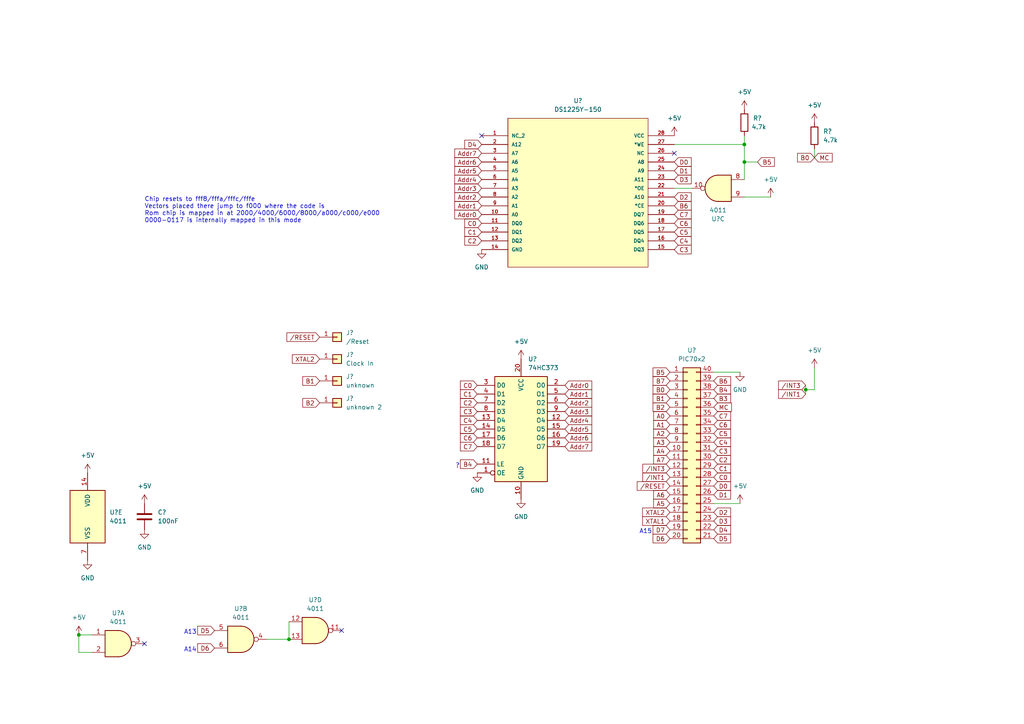
<source format=kicad_sch>
(kicad_sch (version 20211123) (generator eeschema)
  (paper "A4")
  (lib_symbols
    (symbol "4xxx:4011" (pin_names (offset 1.016))
      (property "Reference" "U" (at 0 1.27 0))
      (property "Value" "4011" (at 0 -1.27 0))
      (symbol "4011_1_1"
        (arc (start 0 -3.81) (mid 3.81 0) (end 0 3.81) (stroke (width 0.254)) (fill (type background)))
        (polyline (pts (xy 0 3.81) (xy -3.81 3.81) (xy -3.81 -3.81) (xy 0 -3.81)) (stroke (width 0.254)) (fill (type background)))
        (pin input line (at -7.62 2.54 0) (length 3.81) (name "~") (number "1"))
        (pin input line (at -7.62 -2.54 0) (length 3.81) (name "~") (number "2"))
        (pin output inverted (at 7.62 0 180) (length 3.81) (name "~") (number "3"))
      )
      (symbol "4011_1_2"
        (arc (start -3.81 -3.81) (mid -2.589 0) (end -3.81 3.81) (stroke (width 0.254)))
        (arc (start -0.6096 -3.81) (mid 2.1855 -2.584) (end 3.81 0) (stroke (width 0.254)) (fill (type background)))
        (polyline (pts (xy -3.81 -3.81) (xy -0.635 -3.81)) (stroke (width 0.254)) (fill (type background)))
        (polyline (pts (xy -3.81 3.81) (xy -0.635 3.81)) (stroke (width 0.254)) (fill (type background)))
        (polyline (pts (xy -0.635 3.81) (xy -3.81 3.81) (xy -3.81 3.81) (xy -3.556 3.4036) (xy -3.0226 2.2606) (xy -2.6924 1.0414) (xy -2.6162 -0.254) (xy -2.7686 -1.4986) (xy -3.175 -2.7178) (xy -3.81 -3.81) (xy -3.81 -3.81) (xy -0.635 -3.81)) (stroke (width -25.4)) (fill (type background)))
        (arc (start 3.81 0) (mid 2.1928 2.5925) (end -0.6096 3.81) (stroke (width 0.254)) (fill (type background)))
        (pin input inverted (at -7.62 2.54 0) (length 4.318) (name "~") (number "1"))
        (pin input inverted (at -7.62 -2.54 0) (length 4.318) (name "~") (number "2"))
        (pin output line (at 7.62 0 180) (length 3.81) (name "~") (number "3"))
      )
      (symbol "4011_2_1"
        (arc (start 0 -3.81) (mid 3.81 0) (end 0 3.81) (stroke (width 0.254)) (fill (type background)))
        (polyline (pts (xy 0 3.81) (xy -3.81 3.81) (xy -3.81 -3.81) (xy 0 -3.81)) (stroke (width 0.254)) (fill (type background)))
        (pin output inverted (at 7.62 0 180) (length 3.81) (name "~") (number "4"))
        (pin input line (at -7.62 2.54 0) (length 3.81) (name "~") (number "5"))
        (pin input line (at -7.62 -2.54 0) (length 3.81) (name "~") (number "6"))
      )
      (symbol "4011_2_2"
        (arc (start -3.81 -3.81) (mid -2.589 0) (end -3.81 3.81) (stroke (width 0.254)))
        (arc (start -0.6096 -3.81) (mid 2.1855 -2.584) (end 3.81 0) (stroke (width 0.254)) (fill (type background)))
        (polyline (pts (xy -3.81 -3.81) (xy -0.635 -3.81)) (stroke (width 0.254)) (fill (type background)))
        (polyline (pts (xy -3.81 3.81) (xy -0.635 3.81)) (stroke (width 0.254)) (fill (type background)))
        (polyline (pts (xy -0.635 3.81) (xy -3.81 3.81) (xy -3.81 3.81) (xy -3.556 3.4036) (xy -3.0226 2.2606) (xy -2.6924 1.0414) (xy -2.6162 -0.254) (xy -2.7686 -1.4986) (xy -3.175 -2.7178) (xy -3.81 -3.81) (xy -3.81 -3.81) (xy -0.635 -3.81)) (stroke (width -25.4)) (fill (type background)))
        (arc (start 3.81 0) (mid 2.1928 2.5925) (end -0.6096 3.81) (stroke (width 0.254)) (fill (type background)))
        (pin output line (at 7.62 0 180) (length 3.81) (name "~") (number "4"))
        (pin input inverted (at -7.62 2.54 0) (length 4.318) (name "~") (number "5"))
        (pin input inverted (at -7.62 -2.54 0) (length 4.318) (name "~") (number "6"))
      )
      (symbol "4011_3_1"
        (arc (start 0 -3.81) (mid 3.81 0) (end 0 3.81) (stroke (width 0.254)) (fill (type background)))
        (polyline (pts (xy 0 3.81) (xy -3.81 3.81) (xy -3.81 -3.81) (xy 0 -3.81)) (stroke (width 0.254)) (fill (type background)))
        (pin output inverted (at 7.62 0 180) (length 3.81) (name "~") (number "10"))
        (pin input line (at -7.62 2.54 0) (length 3.81) (name "~") (number "8"))
        (pin input line (at -7.62 -2.54 0) (length 3.81) (name "~") (number "9"))
      )
      (symbol "4011_3_2"
        (arc (start -3.81 -3.81) (mid -2.589 0) (end -3.81 3.81) (stroke (width 0.254)))
        (arc (start -0.6096 -3.81) (mid 2.1855 -2.584) (end 3.81 0) (stroke (width 0.254)) (fill (type background)))
        (polyline (pts (xy -3.81 -3.81) (xy -0.635 -3.81)) (stroke (width 0.254)) (fill (type background)))
        (polyline (pts (xy -3.81 3.81) (xy -0.635 3.81)) (stroke (width 0.254)) (fill (type background)))
        (polyline (pts (xy -0.635 3.81) (xy -3.81 3.81) (xy -3.81 3.81) (xy -3.556 3.4036) (xy -3.0226 2.2606) (xy -2.6924 1.0414) (xy -2.6162 -0.254) (xy -2.7686 -1.4986) (xy -3.175 -2.7178) (xy -3.81 -3.81) (xy -3.81 -3.81) (xy -0.635 -3.81)) (stroke (width -25.4)) (fill (type background)))
        (arc (start 3.81 0) (mid 2.1928 2.5925) (end -0.6096 3.81) (stroke (width 0.254)) (fill (type background)))
        (pin output line (at 7.62 0 180) (length 3.81) (name "~") (number "10"))
        (pin input inverted (at -7.62 2.54 0) (length 4.318) (name "~") (number "8"))
        (pin input inverted (at -7.62 -2.54 0) (length 4.318) (name "~") (number "9"))
      )
      (symbol "4011_4_1"
        (arc (start 0 -3.81) (mid 3.81 0) (end 0 3.81) (stroke (width 0.254)) (fill (type background)))
        (polyline (pts (xy 0 3.81) (xy -3.81 3.81) (xy -3.81 -3.81) (xy 0 -3.81)) (stroke (width 0.254)) (fill (type background)))
        (pin output inverted (at 7.62 0 180) (length 3.81) (name "~") (number "11"))
        (pin input line (at -7.62 2.54 0) (length 3.81) (name "~") (number "12"))
        (pin input line (at -7.62 -2.54 0) (length 3.81) (name "~") (number "13"))
      )
      (symbol "4011_4_2"
        (arc (start -3.81 -3.81) (mid -2.589 0) (end -3.81 3.81) (stroke (width 0.254)))
        (arc (start -0.6096 -3.81) (mid 2.1855 -2.584) (end 3.81 0) (stroke (width 0.254)) (fill (type background)))
        (polyline (pts (xy -3.81 -3.81) (xy -0.635 -3.81)) (stroke (width 0.254)) (fill (type background)))
        (polyline (pts (xy -3.81 3.81) (xy -0.635 3.81)) (stroke (width 0.254)) (fill (type background)))
        (polyline (pts (xy -0.635 3.81) (xy -3.81 3.81) (xy -3.81 3.81) (xy -3.556 3.4036) (xy -3.0226 2.2606) (xy -2.6924 1.0414) (xy -2.6162 -0.254) (xy -2.7686 -1.4986) (xy -3.175 -2.7178) (xy -3.81 -3.81) (xy -3.81 -3.81) (xy -0.635 -3.81)) (stroke (width -25.4)) (fill (type background)))
        (arc (start 3.81 0) (mid 2.1928 2.5925) (end -0.6096 3.81) (stroke (width 0.254)) (fill (type background)))
        (pin output line (at 7.62 0 180) (length 3.81) (name "~") (number "11"))
        (pin input inverted (at -7.62 2.54 0) (length 4.318) (name "~") (number "12"))
        (pin input inverted (at -7.62 -2.54 0) (length 4.318) (name "~") (number "13"))
      )
      (symbol "4011_5_0"
        (pin power_in line (at 0 12.7 270) (length 5.08) (name "VDD") (number "14"))
        (pin power_in line (at 0 -12.7 90) (length 5.08) (name "VSS") (number "7"))
      )
      (symbol "4011_5_1"
        (rectangle (start -5.08 7.62) (end 5.08 -7.62) (stroke (width 0.254)) (fill (type background)))
      )
    )
    (symbol "74xx:74HC373"
      (property "Reference" "U" (at -7.62 16.51 0))
      (property "Value" "74HC373" (at -7.62 -16.51 0))
      (symbol "74HC373_1_0"
        (pin input inverted (at -12.7 -12.7 0) (length 5.08) (name "OE") (number "1"))
        (pin power_in line (at 0 -20.32 90) (length 5.08) (name "GND") (number "10"))
        (pin input line (at -12.7 -10.16 0) (length 5.08) (name "LE") (number "11"))
        (pin tri_state line (at 12.7 2.54 180) (length 5.08) (name "O4") (number "12"))
        (pin input line (at -12.7 2.54 0) (length 5.08) (name "D4") (number "13"))
        (pin input line (at -12.7 0 0) (length 5.08) (name "D5") (number "14"))
        (pin tri_state line (at 12.7 0 180) (length 5.08) (name "O5") (number "15"))
        (pin tri_state line (at 12.7 -2.54 180) (length 5.08) (name "O6") (number "16"))
        (pin input line (at -12.7 -2.54 0) (length 5.08) (name "D6") (number "17"))
        (pin input line (at -12.7 -5.08 0) (length 5.08) (name "D7") (number "18"))
        (pin tri_state line (at 12.7 -5.08 180) (length 5.08) (name "O7") (number "19"))
        (pin tri_state line (at 12.7 12.7 180) (length 5.08) (name "O0") (number "2"))
        (pin power_in line (at 0 20.32 270) (length 5.08) (name "VCC") (number "20"))
        (pin input line (at -12.7 12.7 0) (length 5.08) (name "D0") (number "3"))
        (pin input line (at -12.7 10.16 0) (length 5.08) (name "D1") (number "4"))
        (pin tri_state line (at 12.7 10.16 180) (length 5.08) (name "O1") (number "5"))
        (pin tri_state line (at 12.7 7.62 180) (length 5.08) (name "O2") (number "6"))
        (pin input line (at -12.7 7.62 0) (length 5.08) (name "D2") (number "7"))
        (pin input line (at -12.7 5.08 0) (length 5.08) (name "D3") (number "8"))
        (pin tri_state line (at 12.7 5.08 180) (length 5.08) (name "O3") (number "9"))
      )
      (symbol "74HC373_1_1"
        (rectangle (start -7.62 15.24) (end 7.62 -15.24) (stroke (width 0.254)) (fill (type background)))
      )
    )
    (symbol "Connector_Generic:Conn_01x01" (pin_names (offset 1.016) hide)
      (property "Reference" "J" (at 0 2.54 0))
      (property "Value" "Conn_01x01" (at 0 -2.54 0))
      (symbol "Conn_01x01_1_1"
        (rectangle (start -1.27 0.127) (end 0 -0.127) (stroke (width 0.1524)))
        (rectangle (start -1.27 1.27) (end 1.27 -1.27) (stroke (width 0.254)) (fill (type background)))
        (pin passive line (at -5.08 0 0) (length 3.81) (name "Pin_1") (number "1"))
      )
    )
    (symbol "Connector_Generic:Conn_02x20_Counter_Clockwise" (pin_names (offset 1.016) hide)
      (property "Reference" "J" (at 1.27 25.4 0))
      (property "Value" "Conn_02x20_Counter_Clockwise" (at 1.27 -27.94 0))
      (symbol "Conn_02x20_Counter_Clockwise_1_1"
        (rectangle (start -1.27 -25.273) (end 0 -25.527) (stroke (width 0.1524)))
        (rectangle (start -1.27 -22.733) (end 0 -22.987) (stroke (width 0.1524)))
        (rectangle (start -1.27 -20.193) (end 0 -20.447) (stroke (width 0.1524)))
        (rectangle (start -1.27 -17.653) (end 0 -17.907) (stroke (width 0.1524)))
        (rectangle (start -1.27 -15.113) (end 0 -15.367) (stroke (width 0.1524)))
        (rectangle (start -1.27 -12.573) (end 0 -12.827) (stroke (width 0.1524)))
        (rectangle (start -1.27 -10.033) (end 0 -10.287) (stroke (width 0.1524)))
        (rectangle (start -1.27 -7.493) (end 0 -7.747) (stroke (width 0.1524)))
        (rectangle (start -1.27 -4.953) (end 0 -5.207) (stroke (width 0.1524)))
        (rectangle (start -1.27 -2.413) (end 0 -2.667) (stroke (width 0.1524)))
        (rectangle (start -1.27 0.127) (end 0 -0.127) (stroke (width 0.1524)))
        (rectangle (start -1.27 2.667) (end 0 2.413) (stroke (width 0.1524)))
        (rectangle (start -1.27 5.207) (end 0 4.953) (stroke (width 0.1524)))
        (rectangle (start -1.27 7.747) (end 0 7.493) (stroke (width 0.1524)))
        (rectangle (start -1.27 10.287) (end 0 10.033) (stroke (width 0.1524)))
        (rectangle (start -1.27 12.827) (end 0 12.573) (stroke (width 0.1524)))
        (rectangle (start -1.27 15.367) (end 0 15.113) (stroke (width 0.1524)))
        (rectangle (start -1.27 17.907) (end 0 17.653) (stroke (width 0.1524)))
        (rectangle (start -1.27 20.447) (end 0 20.193) (stroke (width 0.1524)))
        (rectangle (start -1.27 22.987) (end 0 22.733) (stroke (width 0.1524)))
        (rectangle (start -1.27 24.13) (end 3.81 -26.67) (stroke (width 0.254)) (fill (type background)))
        (rectangle (start 3.81 -25.273) (end 2.54 -25.527) (stroke (width 0.1524)))
        (rectangle (start 3.81 -22.733) (end 2.54 -22.987) (stroke (width 0.1524)))
        (rectangle (start 3.81 -20.193) (end 2.54 -20.447) (stroke (width 0.1524)))
        (rectangle (start 3.81 -17.653) (end 2.54 -17.907) (stroke (width 0.1524)))
        (rectangle (start 3.81 -15.113) (end 2.54 -15.367) (stroke (width 0.1524)))
        (rectangle (start 3.81 -12.573) (end 2.54 -12.827) (stroke (width 0.1524)))
        (rectangle (start 3.81 -10.033) (end 2.54 -10.287) (stroke (width 0.1524)))
        (rectangle (start 3.81 -7.493) (end 2.54 -7.747) (stroke (width 0.1524)))
        (rectangle (start 3.81 -4.953) (end 2.54 -5.207) (stroke (width 0.1524)))
        (rectangle (start 3.81 -2.413) (end 2.54 -2.667) (stroke (width 0.1524)))
        (rectangle (start 3.81 0.127) (end 2.54 -0.127) (stroke (width 0.1524)))
        (rectangle (start 3.81 2.667) (end 2.54 2.413) (stroke (width 0.1524)))
        (rectangle (start 3.81 5.207) (end 2.54 4.953) (stroke (width 0.1524)))
        (rectangle (start 3.81 7.747) (end 2.54 7.493) (stroke (width 0.1524)))
        (rectangle (start 3.81 10.287) (end 2.54 10.033) (stroke (width 0.1524)))
        (rectangle (start 3.81 12.827) (end 2.54 12.573) (stroke (width 0.1524)))
        (rectangle (start 3.81 15.367) (end 2.54 15.113) (stroke (width 0.1524)))
        (rectangle (start 3.81 17.907) (end 2.54 17.653) (stroke (width 0.1524)))
        (rectangle (start 3.81 20.447) (end 2.54 20.193) (stroke (width 0.1524)))
        (rectangle (start 3.81 22.987) (end 2.54 22.733) (stroke (width 0.1524)))
        (pin passive line (at -5.08 22.86 0) (length 3.81) (name "Pin_1") (number "1"))
        (pin passive line (at -5.08 0 0) (length 3.81) (name "Pin_10") (number "10"))
        (pin passive line (at -5.08 -2.54 0) (length 3.81) (name "Pin_11") (number "11"))
        (pin passive line (at -5.08 -5.08 0) (length 3.81) (name "Pin_12") (number "12"))
        (pin passive line (at -5.08 -7.62 0) (length 3.81) (name "Pin_13") (number "13"))
        (pin passive line (at -5.08 -10.16 0) (length 3.81) (name "Pin_14") (number "14"))
        (pin passive line (at -5.08 -12.7 0) (length 3.81) (name "Pin_15") (number "15"))
        (pin passive line (at -5.08 -15.24 0) (length 3.81) (name "Pin_16") (number "16"))
        (pin passive line (at -5.08 -17.78 0) (length 3.81) (name "Pin_17") (number "17"))
        (pin passive line (at -5.08 -20.32 0) (length 3.81) (name "Pin_18") (number "18"))
        (pin passive line (at -5.08 -22.86 0) (length 3.81) (name "Pin_19") (number "19"))
        (pin passive line (at -5.08 20.32 0) (length 3.81) (name "Pin_2") (number "2"))
        (pin passive line (at -5.08 -25.4 0) (length 3.81) (name "Pin_20") (number "20"))
        (pin passive line (at 7.62 -25.4 180) (length 3.81) (name "Pin_21") (number "21"))
        (pin passive line (at 7.62 -22.86 180) (length 3.81) (name "Pin_22") (number "22"))
        (pin passive line (at 7.62 -20.32 180) (length 3.81) (name "Pin_23") (number "23"))
        (pin passive line (at 7.62 -17.78 180) (length 3.81) (name "Pin_24") (number "24"))
        (pin passive line (at 7.62 -15.24 180) (length 3.81) (name "Pin_25") (number "25"))
        (pin passive line (at 7.62 -12.7 180) (length 3.81) (name "Pin_26") (number "26"))
        (pin passive line (at 7.62 -10.16 180) (length 3.81) (name "Pin_27") (number "27"))
        (pin passive line (at 7.62 -7.62 180) (length 3.81) (name "Pin_28") (number "28"))
        (pin passive line (at 7.62 -5.08 180) (length 3.81) (name "Pin_29") (number "29"))
        (pin passive line (at -5.08 17.78 0) (length 3.81) (name "Pin_3") (number "3"))
        (pin passive line (at 7.62 -2.54 180) (length 3.81) (name "Pin_30") (number "30"))
        (pin passive line (at 7.62 0 180) (length 3.81) (name "Pin_31") (number "31"))
        (pin passive line (at 7.62 2.54 180) (length 3.81) (name "Pin_32") (number "32"))
        (pin passive line (at 7.62 5.08 180) (length 3.81) (name "Pin_33") (number "33"))
        (pin passive line (at 7.62 7.62 180) (length 3.81) (name "Pin_34") (number "34"))
        (pin passive line (at 7.62 10.16 180) (length 3.81) (name "Pin_35") (number "35"))
        (pin passive line (at 7.62 12.7 180) (length 3.81) (name "Pin_36") (number "36"))
        (pin passive line (at 7.62 15.24 180) (length 3.81) (name "Pin_37") (number "37"))
        (pin passive line (at 7.62 17.78 180) (length 3.81) (name "Pin_38") (number "38"))
        (pin passive line (at 7.62 20.32 180) (length 3.81) (name "Pin_39") (number "39"))
        (pin passive line (at -5.08 15.24 0) (length 3.81) (name "Pin_4") (number "4"))
        (pin passive line (at 7.62 22.86 180) (length 3.81) (name "Pin_40") (number "40"))
        (pin passive line (at -5.08 12.7 0) (length 3.81) (name "Pin_5") (number "5"))
        (pin passive line (at -5.08 10.16 0) (length 3.81) (name "Pin_6") (number "6"))
        (pin passive line (at -5.08 7.62 0) (length 3.81) (name "Pin_7") (number "7"))
        (pin passive line (at -5.08 5.08 0) (length 3.81) (name "Pin_8") (number "8"))
        (pin passive line (at -5.08 2.54 0) (length 3.81) (name "Pin_9") (number "9"))
      )
    )
    (symbol "Device:C" (pin_numbers hide) (pin_names (offset 0.254))
      (property "Reference" "C" (at 0.635 2.54 0))
      (property "Value" "C" (at 0.635 -2.54 0))
      (symbol "C_0_1"
        (polyline (pts (xy -2.032 -0.762) (xy 2.032 -0.762)) (stroke (width 0.508)))
        (polyline (pts (xy -2.032 0.762) (xy 2.032 0.762)) (stroke (width 0.508)))
      )
      (symbol "C_1_1"
        (pin passive line (at 0 3.81 270) (length 2.794) (name "~") (number "1"))
        (pin passive line (at 0 -3.81 90) (length 2.794) (name "~") (number "2"))
      )
    )
    (symbol "Device:R" (pin_numbers hide) (pin_names (offset 0))
      (property "Reference" "R" (at 2.032 0 90))
      (property "Value" "R" (at 0 0 90))
      (symbol "R_0_1"
        (rectangle (start -1.016 -2.54) (end 1.016 2.54) (stroke (width 0.254)))
      )
      (symbol "R_1_1"
        (pin passive line (at 0 3.81 270) (length 1.27) (name "~") (number "1"))
        (pin passive line (at 0 -3.81 90) (length 1.27) (name "~") (number "2"))
      )
    )
    (symbol "Frank Misc:DS1225Y-150" (pin_names (offset 1.016))
      (property "Reference" "U" (at 23.2156 9.1186 0))
      (property "Value" "DS1225Y-150" (at 22.6314 6.604 0))
      (symbol "DS1225Y-150_0_0"
        (polyline (pts (xy 7.62 5.08) (xy 7.62 -38.1)) (stroke (width 0.1524)))
        (rectangle (start 7.62 -38.1) (end 48.26 5.08) (stroke (width 0.1524)) (fill (type background)))
        (pin passive line (at 0 0 0) (length 7.62) (name "NC_2") (number "1"))
        (pin input line (at 0 -22.86 0) (length 7.62) (name "A0") (number "10"))
        (pin passive line (at 0 -25.4 0) (length 7.62) (name "DQ0") (number "11"))
        (pin passive line (at 0 -27.94 0) (length 7.62) (name "DQ1") (number "12"))
        (pin passive line (at 0 -30.48 0) (length 7.62) (name "DQ2") (number "13"))
        (pin power_in line (at 0 -33.02 0) (length 7.62) (name "GND") (number "14"))
        (pin passive line (at 55.88 -33.02 180) (length 7.62) (name "DQ3") (number "15"))
        (pin passive line (at 55.88 -30.48 180) (length 7.62) (name "DQ4") (number "16"))
        (pin passive line (at 55.88 -27.94 180) (length 7.62) (name "DQ5") (number "17"))
        (pin passive line (at 55.88 -25.4 180) (length 7.62) (name "DQ6") (number "18"))
        (pin passive line (at 55.88 -22.86 180) (length 7.62) (name "DQ7") (number "19"))
        (pin input line (at 0 -2.54 0) (length 7.62) (name "A12") (number "2"))
        (pin passive line (at 55.88 -20.32 180) (length 7.62) (name "*CE") (number "20"))
        (pin input line (at 55.88 -17.78 180) (length 7.62) (name "A10") (number "21"))
        (pin output line (at 55.88 -15.24 180) (length 7.62) (name "*OE") (number "22"))
        (pin input line (at 55.88 -12.7 180) (length 7.62) (name "A11") (number "23"))
        (pin input line (at 55.88 -10.16 180) (length 7.62) (name "A9") (number "24"))
        (pin input line (at 55.88 -7.62 180) (length 7.62) (name "A8") (number "25"))
        (pin passive line (at 55.88 -5.08 180) (length 7.62) (name "NC") (number "26"))
        (pin passive line (at 55.88 -2.54 180) (length 7.62) (name "*WE") (number "27"))
        (pin power_in line (at 55.88 0 180) (length 7.62) (name "VCC") (number "28"))
        (pin input line (at 0 -5.08 0) (length 7.62) (name "A7") (number "3"))
        (pin input line (at 0 -7.62 0) (length 7.62) (name "A6") (number "4"))
        (pin input line (at 0 -10.16 0) (length 7.62) (name "A5") (number "5"))
        (pin input line (at 0 -12.7 0) (length 7.62) (name "A4") (number "6"))
        (pin input line (at 0 -15.24 0) (length 7.62) (name "A3") (number "7"))
        (pin input line (at 0 -17.78 0) (length 7.62) (name "A2") (number "8"))
        (pin input line (at 0 -20.32 0) (length 7.62) (name "A1") (number "9"))
      )
    )
    (symbol "power:+5V" (power) (pin_names (offset 0))
      (property "Value" "+5V" (at 0 3.556 0))
      (symbol "+5V_0_1"
        (polyline (pts (xy -0.762 1.27) (xy 0 2.54)))
        (polyline (pts (xy 0 0) (xy 0 2.54)))
        (polyline (pts (xy 0 2.54) (xy 0.762 1.27)))
      )
      (symbol "+5V_1_1"
        (pin power_in line (at 0 0 90) (length 0) hide (name "+5V") (number "1"))
      )
    )
    (symbol "power:GND" (power) (pin_names (offset 0))
      (property "Value" "GND" (at 0 -3.81 0))
      (symbol "GND_0_1"
        (polyline (pts (xy 0 0) (xy 0 -1.27) (xy 1.27 -1.27) (xy 0 -2.54) (xy -1.27 -1.27) (xy 0 -1.27)))
      )
      (symbol "GND_1_1"
        (pin power_in line (at 0 0 270) (length 0) hide (name "GND") (number "1"))
      )
    )
  )
  (junction (at 215.9 41.91))
  (junction (at 215.9 46.99))
  (junction (at 22.86 184.15))
  (junction (at 233.68 113.03))
  (junction (at 83.82 185.42))
  (no_connect (at 41.91 186.69))
  (no_connect (at 99.06 182.88))
  (no_connect (at 139.7 39.37))
  (no_connect (at 195.58 44.45))
  (wire (pts (xy 236.22 113.03) (xy 236.22 106.68)))
  (wire (pts (xy 195.58 41.91) (xy 215.9 41.91)))
  (wire (pts (xy 214.63 107.95) (xy 207.01 107.95)))
  (wire (pts (xy 215.9 46.99) (xy 215.9 52.07)))
  (wire (pts (xy 83.82 180.34) (xy 83.82 185.42)))
  (wire (pts (xy 22.86 189.23) (xy 22.86 184.15)))
  (wire (pts (xy 219.71 46.99) (xy 215.9 46.99)))
  (wire (pts (xy 223.52 57.15) (xy 215.9 57.15)))
  (wire (pts (xy 233.68 113.03) (xy 236.22 113.03)))
  (wire (pts (xy 215.9 46.99) (xy 215.9 41.91)))
  (wire (pts (xy 215.9 41.91) (xy 215.9 39.37)))
  (wire (pts (xy 233.68 114.3) (xy 233.68 113.03)))
  (wire (pts (xy 83.82 185.42) (xy 77.47 185.42)))
  (wire (pts (xy 200.66 54.61) (xy 195.58 54.61)))
  (wire (pts (xy 22.86 184.15) (xy 26.67 184.15)))
  (wire (pts (xy 26.67 189.23) (xy 22.86 189.23)))
  (wire (pts (xy 233.68 113.03) (xy 233.68 111.76)))
  (wire (pts (xy 236.22 45.72) (xy 236.22 43.18)))
  (wire (pts (xy 214.63 146.05) (xy 207.01 146.05)))
  (text "?" (at 132.08 135.89 0) (effects (font (size 1.27 1.27)) (justify left bottom)))
  (text "A14" (at 53.34 189.23 0) (effects (font (size 1.27 1.27)) (justify left bottom)))
  (text "A13" (at 53.34 184.15 0) (effects (font (size 1.27 1.27)) (justify left bottom)))
  (text "Chip resets to fff8/fffa/fffc/fffe\nVectors placed there jump to f000 where the code is\nRom chip is mapped in at 2000/4000/6000/8000/a000/c000/e000\n0000-0117 is internally mapped in this mode" (at 41.91 64.77 0) (effects (font (size 1.27 1.27)) (justify left bottom)))
  (text "A15" (at 185.42 154.94 0) (effects (font (size 1.27 1.27)) (justify left bottom)))
  (global_label "{slash}INT3" (shape input) (at 194.31 135.89 180) (property "Intersheet References" "${INTERSHEET_REFS}" (effects hide)))
  (global_label "XTAL1" (shape input) (at 194.31 151.13 180) (property "Intersheet References" "${INTERSHEET_REFS}" (effects hide)))
  (global_label "D1" (shape input) (at 195.58 49.53 0) (property "Intersheet References" "${INTERSHEET_REFS}" (effects hide)))
  (global_label "C5" (shape input) (at 138.43 124.46 180) (property "Intersheet References" "${INTERSHEET_REFS}" (effects hide)))
  (global_label "B2" (shape input) (at 194.31 118.11 180) (property "Intersheet References" "${INTERSHEET_REFS}" (effects hide)))
  (global_label "Addr3" (shape input) (at 139.7 54.61 180) (property "Intersheet References" "${INTERSHEET_REFS}" (effects hide)))
  (global_label "C6" (shape input) (at 207.01 123.19 0) (property "Intersheet References" "${INTERSHEET_REFS}" (effects hide)))
  (global_label "C7" (shape input) (at 207.01 120.65 0) (property "Intersheet References" "${INTERSHEET_REFS}" (effects hide)))
  (global_label "C7" (shape input) (at 138.43 129.54 180) (property "Intersheet References" "${INTERSHEET_REFS}" (effects hide)))
  (global_label "D4" (shape input) (at 139.7 41.91 180) (property "Intersheet References" "${INTERSHEET_REFS}" (effects hide)))
  (global_label "B6" (shape input) (at 195.58 59.69 0) (property "Intersheet References" "${INTERSHEET_REFS}" (effects hide)))
  (global_label "D4" (shape input) (at 207.01 153.67 0) (property "Intersheet References" "${INTERSHEET_REFS}" (effects hide)))
  (global_label "B4" (shape input) (at 138.43 134.62 180) (property "Intersheet References" "${INTERSHEET_REFS}" (effects hide)))
  (global_label "Addr2" (shape input) (at 139.7 57.15 180) (property "Intersheet References" "${INTERSHEET_REFS}" (effects hide)))
  (global_label "A4" (shape input) (at 194.31 130.81 180) (property "Intersheet References" "${INTERSHEET_REFS}" (effects hide)))
  (global_label "MC" (shape input) (at 236.22 45.72 0) (property "Intersheet References" "${INTERSHEET_REFS}" (effects hide)))
  (global_label "C6" (shape input) (at 138.43 127 180) (property "Intersheet References" "${INTERSHEET_REFS}" (effects hide)))
  (global_label "C1" (shape input) (at 207.01 135.89 0) (property "Intersheet References" "${INTERSHEET_REFS}" (effects hide)))
  (global_label "{slash}INT1" (shape input) (at 194.31 138.43 180) (property "Intersheet References" "${INTERSHEET_REFS}" (effects hide)))
  (global_label "Addr7" (shape input) (at 163.83 129.54 0) (property "Intersheet References" "${INTERSHEET_REFS}" (effects hide)))
  (global_label "A1" (shape input) (at 194.31 123.19 180) (property "Intersheet References" "${INTERSHEET_REFS}" (effects hide)))
  (global_label "A5" (shape input) (at 194.31 146.05 180) (property "Intersheet References" "${INTERSHEET_REFS}" (effects hide)))
  (global_label "Addr3" (shape input) (at 163.83 119.38 0) (property "Intersheet References" "${INTERSHEET_REFS}" (effects hide)))
  (global_label "B2" (shape input) (at 92.71 116.84 180) (property "Intersheet References" "${INTERSHEET_REFS}" (effects hide)))
  (global_label "B7" (shape input) (at 194.31 110.49 180) (property "Intersheet References" "${INTERSHEET_REFS}" (effects hide)))
  (global_label "C3" (shape input) (at 207.01 130.81 0) (property "Intersheet References" "${INTERSHEET_REFS}" (effects hide)))
  (global_label "C4" (shape input) (at 138.43 121.92 180) (property "Intersheet References" "${INTERSHEET_REFS}" (effects hide)))
  (global_label "C3" (shape input) (at 195.58 72.39 0) (property "Intersheet References" "${INTERSHEET_REFS}" (effects hide)))
  (global_label "B5" (shape input) (at 194.31 107.95 180) (property "Intersheet References" "${INTERSHEET_REFS}" (effects hide)))
  (global_label "C0" (shape input) (at 139.7 64.77 180) (property "Intersheet References" "${INTERSHEET_REFS}" (effects hide)))
  (global_label "{slash}RESET" (shape input) (at 92.71 97.79 180) (property "Intersheet References" "${INTERSHEET_REFS}" (effects hide)))
  (global_label "Addr7" (shape input) (at 139.7 44.45 180) (property "Intersheet References" "${INTERSHEET_REFS}" (effects hide)))
  (global_label "B0" (shape input) (at 194.31 113.03 180) (property "Intersheet References" "${INTERSHEET_REFS}" (effects hide)))
  (global_label "B5" (shape input) (at 219.71 46.99 0) (property "Intersheet References" "${INTERSHEET_REFS}" (effects hide)))
  (global_label "A6" (shape input) (at 194.31 143.51 180) (property "Intersheet References" "${INTERSHEET_REFS}" (effects hide)))
  (global_label "D5" (shape input) (at 62.23 182.88 180) (property "Intersheet References" "${INTERSHEET_REFS}" (effects hide)))
  (global_label "D2" (shape input) (at 207.01 148.59 0) (property "Intersheet References" "${INTERSHEET_REFS}" (effects hide)))
  (global_label "XTAL2" (shape input) (at 92.71 104.14 180) (property "Intersheet References" "${INTERSHEET_REFS}" (effects hide)))
  (global_label "{slash}INT3" (shape input) (at 233.68 111.76 180) (property "Intersheet References" "${INTERSHEET_REFS}" (effects hide)))
  (global_label "D6" (shape input) (at 62.23 187.96 180) (property "Intersheet References" "${INTERSHEET_REFS}" (effects hide)))
  (global_label "{slash}RESET" (shape input) (at 194.31 140.97 180) (property "Intersheet References" "${INTERSHEET_REFS}" (effects hide)))
  (global_label "B1" (shape input) (at 92.71 110.49 180) (property "Intersheet References" "${INTERSHEET_REFS}" (effects hide)))
  (global_label "Addr6" (shape input) (at 163.83 127 0) (property "Intersheet References" "${INTERSHEET_REFS}" (effects hide)))
  (global_label "C1" (shape input) (at 139.7 67.31 180) (property "Intersheet References" "${INTERSHEET_REFS}" (effects hide)))
  (global_label "D3" (shape input) (at 195.58 52.07 0) (property "Intersheet References" "${INTERSHEET_REFS}" (effects hide)))
  (global_label "C5" (shape input) (at 207.01 125.73 0) (property "Intersheet References" "${INTERSHEET_REFS}" (effects hide)))
  (global_label "D1" (shape input) (at 207.01 143.51 0) (property "Intersheet References" "${INTERSHEET_REFS}" (effects hide)))
  (global_label "C4" (shape input) (at 207.01 128.27 0) (property "Intersheet References" "${INTERSHEET_REFS}" (effects hide)))
  (global_label "C2" (shape input) (at 138.43 116.84 180) (property "Intersheet References" "${INTERSHEET_REFS}" (effects hide)))
  (global_label "C0" (shape input) (at 138.43 111.76 180) (property "Intersheet References" "${INTERSHEET_REFS}" (effects hide)))
  (global_label "B3" (shape input) (at 207.01 115.57 0) (property "Intersheet References" "${INTERSHEET_REFS}" (effects hide)))
  (global_label "D2" (shape input) (at 195.58 57.15 0) (property "Intersheet References" "${INTERSHEET_REFS}" (effects hide)))
  (global_label "Addr1" (shape input) (at 163.83 114.3 0) (property "Intersheet References" "${INTERSHEET_REFS}" (effects hide)))
  (global_label "A0" (shape input) (at 194.31 120.65 180) (property "Intersheet References" "${INTERSHEET_REFS}" (effects hide)))
  (global_label "C3" (shape input) (at 138.43 119.38 180) (property "Intersheet References" "${INTERSHEET_REFS}" (effects hide)))
  (global_label "Addr5" (shape input) (at 139.7 49.53 180) (property "Intersheet References" "${INTERSHEET_REFS}" (effects hide)))
  (global_label "C4" (shape input) (at 195.58 69.85 0) (property "Intersheet References" "${INTERSHEET_REFS}" (effects hide)))
  (global_label "B6" (shape input) (at 207.01 110.49 0) (property "Intersheet References" "${INTERSHEET_REFS}" (effects hide)))
  (global_label "D7" (shape input) (at 194.31 153.67 180) (property "Intersheet References" "${INTERSHEET_REFS}" (effects hide)))
  (global_label "XTAL2" (shape input) (at 194.31 148.59 180) (property "Intersheet References" "${INTERSHEET_REFS}" (effects hide)))
  (global_label "MC" (shape input) (at 207.01 118.11 0) (property "Intersheet References" "${INTERSHEET_REFS}" (effects hide)))
  (global_label "Addr2" (shape input) (at 163.83 116.84 0) (property "Intersheet References" "${INTERSHEET_REFS}" (effects hide)))
  (global_label "D0" (shape input) (at 207.01 140.97 0) (property "Intersheet References" "${INTERSHEET_REFS}" (effects hide)))
  (global_label "Addr5" (shape input) (at 163.83 124.46 0) (property "Intersheet References" "${INTERSHEET_REFS}" (effects hide)))
  (global_label "D6" (shape input) (at 194.31 156.21 180) (property "Intersheet References" "${INTERSHEET_REFS}" (effects hide)))
  (global_label "Addr1" (shape input) (at 139.7 59.69 180) (property "Intersheet References" "${INTERSHEET_REFS}" (effects hide)))
  (global_label "Addr0" (shape input) (at 139.7 62.23 180) (property "Intersheet References" "${INTERSHEET_REFS}" (effects hide)))
  (global_label "D5" (shape input) (at 207.01 156.21 0) (property "Intersheet References" "${INTERSHEET_REFS}" (effects hide)))
  (global_label "{slash}INT1" (shape input) (at 233.68 114.3 180) (property "Intersheet References" "${INTERSHEET_REFS}" (effects hide)))
  (global_label "B0" (shape input) (at 236.22 45.72 180) (property "Intersheet References" "${INTERSHEET_REFS}" (effects hide)))
  (global_label "A7" (shape input) (at 194.31 133.35 180) (property "Intersheet References" "${INTERSHEET_REFS}" (effects hide)))
  (global_label "C2" (shape input) (at 139.7 69.85 180) (property "Intersheet References" "${INTERSHEET_REFS}" (effects hide)))
  (global_label "B4" (shape input) (at 207.01 113.03 0) (property "Intersheet References" "${INTERSHEET_REFS}" (effects hide)))
  (global_label "A2" (shape input) (at 194.31 125.73 180) (property "Intersheet References" "${INTERSHEET_REFS}" (effects hide)))
  (global_label "C6" (shape input) (at 195.58 64.77 0) (property "Intersheet References" "${INTERSHEET_REFS}" (effects hide)))
  (global_label "Addr0" (shape input) (at 163.83 111.76 0) (property "Intersheet References" "${INTERSHEET_REFS}" (effects hide)))
  (global_label "D3" (shape input) (at 207.01 151.13 0) (property "Intersheet References" "${INTERSHEET_REFS}" (effects hide)))
  (global_label "B1" (shape input) (at 194.31 115.57 180) (property "Intersheet References" "${INTERSHEET_REFS}" (effects hide)))
  (global_label "A3" (shape input) (at 194.31 128.27 180) (property "Intersheet References" "${INTERSHEET_REFS}" (effects hide)))
  (global_label "C2" (shape input) (at 207.01 133.35 0) (property "Intersheet References" "${INTERSHEET_REFS}" (effects hide)))
  (global_label "Addr4" (shape input) (at 163.83 121.92 0) (property "Intersheet References" "${INTERSHEET_REFS}" (effects hide)))
  (global_label "C7" (shape input) (at 195.58 62.23 0) (property "Intersheet References" "${INTERSHEET_REFS}" (effects hide)))
  (global_label "C1" (shape input) (at 138.43 114.3 180) (property "Intersheet References" "${INTERSHEET_REFS}" (effects hide)))
  (global_label "Addr4" (shape input) (at 139.7 52.07 180) (property "Intersheet References" "${INTERSHEET_REFS}" (effects hide)))
  (global_label "D0" (shape input) (at 195.58 46.99 0) (property "Intersheet References" "${INTERSHEET_REFS}" (effects hide)))
  (global_label "C5" (shape input) (at 195.58 67.31 0) (property "Intersheet References" "${INTERSHEET_REFS}" (effects hide)))
  (global_label "C0" (shape input) (at 207.01 138.43 0) (property "Intersheet References" "${INTERSHEET_REFS}" (effects hide)))
  (global_label "Addr6" (shape input) (at 139.7 46.99 180) (property "Intersheet References" "${INTERSHEET_REFS}" (effects hide)))
  (symbol (lib_id "4xxx:4011") (at 91.44 182.88 0) (unit 4)
    (property "Reference" "U?" (at 91.44 173.99 0))
    (property "Value" "4011" (at 91.44 176.53 0))
    (property "Datasheet" "http://www.intersil.com/content/dam/Intersil/documents/cd40/cd4011bms-12bms-23bms.pdf" (effects hide))
  )
  (symbol (lib_id "power:+5V") (at 25.4 137.16 0) (unit 1)
    (property "Reference" "#PWR?" (effects hide))
    (property "Value" "+5V" (at 25.4 132.08 0))
  )
  (symbol (lib_id "4xxx:4011") (at 34.29 186.69 0) (unit 1)
    (property "Reference" "U?" (at 34.29 177.8 0))
    (property "Value" "4011" (at 34.29 180.34 0))
    (property "Datasheet" "http://www.intersil.com/content/dam/Intersil/documents/cd40/cd4011bms-12bms-23bms.pdf" (effects hide))
  )
  (symbol (lib_id "power:+5V") (at 215.9 31.75 0) (mirror y) (unit 1)
    (property "Reference" "#PWR?" (effects hide))
    (property "Value" "+5V" (at 215.9 26.67 0))
  )
  (symbol (lib_id "power:+5V") (at 41.91 146.05 0) (unit 1)
    (property "Reference" "#PWR?" (effects hide))
    (property "Value" "+5V" (at 41.91 140.97 0))
  )
  (symbol (lib_id "74xx:74HC373") (at 151.13 124.46 0) (unit 1)
    (property "Reference" "U?" (at 153.1494 104.14 0) (effects (justify left)))
    (property "Value" "74HC373" (at 153.1494 106.68 0) (effects (justify left)))
    (property "Datasheet" "https://www.ti.com/lit/ds/symlink/cd54hc373.pdf" (effects hide))
  )
  (symbol (lib_id "power:+5V") (at 22.86 184.15 0) (unit 1)
    (property "Reference" "#PWR?" (effects hide))
    (property "Value" "+5V" (at 22.86 179.07 0))
  )
  (symbol (lib_id "power:GND") (at 41.91 153.67 0) (unit 1)
    (property "Reference" "#PWR?" (effects hide))
    (property "Value" "GND" (at 41.91 158.75 0))
  )
  (symbol (lib_id "Connector_Generic:Conn_01x01") (at 97.79 104.14 0) (unit 1)
    (property "Reference" "J?" (at 100.33 102.8699 0) (effects (justify left)))
    (property "Value" "Clock In" (at 100.33 105.4099 0) (effects (justify left)))
  )
  (symbol (lib_id "Device:C") (at 41.91 149.86 0) (unit 1)
    (property "Reference" "C?" (at 45.72 148.5899 0) (effects (justify left)))
    (property "Value" "100nF" (at 45.72 151.1299 0) (effects (justify left)))
  )
  (symbol (lib_id "Frank Misc:DS1225Y-150") (at 139.7 39.37 0) (unit 1)
    (property "Reference" "U?" (at 167.64 29.21 0))
    (property "Value" "DS1225Y-150" (at 167.64 31.75 0))
    (property "Footprint" "21-0245A_28" (effects hide))
    (property "VENDOR" "MAXIM" (effects hide))
    (property "MANUFACTURER_NAME" "Maxim" (effects hide))
    (property "MANUFACTURER_PART_NUMBER" "DS1225Y150+" (effects hide))
  )
  (symbol (lib_id "4xxx:4011") (at 208.28 54.61 0) (mirror y) (unit 3)
    (property "Reference" "U?" (at 208.28 63.5 0))
    (property "Value" "4011" (at 208.28 60.96 0))
    (property "Datasheet" "http://www.intersil.com/content/dam/Intersil/documents/cd40/cd4011bms-12bms-23bms.pdf" (effects hide))
  )
  (symbol (lib_id "power:+5V") (at 236.22 106.68 0) (unit 1)
    (property "Reference" "#PWR?" (effects hide))
    (property "Value" "+5V" (at 236.22 101.6 0))
  )
  (symbol (lib_id "power:+5V") (at 195.58 39.37 0) (unit 1)
    (property "Reference" "#PWR?" (effects hide))
    (property "Value" "+5V" (at 195.58 34.29 0))
  )
  (symbol (lib_id "Device:R") (at 215.9 35.56 0) (mirror y) (unit 1)
    (property "Reference" "R?" (at 220.98 34.29 0) (effects (justify left)))
    (property "Value" "4.7k" (at 222.25 36.83 0) (effects (justify left)))
  )
  (symbol (lib_id "power:+5V") (at 223.52 57.15 0) (mirror y) (unit 1)
    (property "Reference" "#PWR?" (effects hide))
    (property "Value" "+5V" (at 223.52 52.07 0))
  )
  (symbol (lib_id "power:GND") (at 151.13 144.78 0) (unit 1)
    (property "Reference" "#PWR?" (effects hide))
    (property "Value" "GND" (at 151.13 149.86 0))
  )
  (symbol (lib_id "power:GND") (at 214.63 107.95 0) (unit 1)
    (property "Reference" "#PWR?" (effects hide))
    (property "Value" "GND" (at 214.63 113.03 0))
  )
  (symbol (lib_id "Connector_Generic:Conn_01x01") (at 97.79 110.49 0) (unit 1)
    (property "Reference" "J?" (at 100.33 109.2199 0) (effects (justify left)))
    (property "Value" "unknown" (at 100.33 111.7599 0) (effects (justify left)))
  )
  (symbol (lib_id "Connector_Generic:Conn_01x01") (at 97.79 97.79 0) (unit 1)
    (property "Reference" "J?" (at 100.33 96.5199 0) (effects (justify left)))
    (property "Value" "/Reset" (at 100.33 99.0599 0) (effects (justify left)))
  )
  (symbol (lib_id "power:+5V") (at 214.63 146.05 0) (unit 1)
    (property "Reference" "#PWR?" (effects hide))
    (property "Value" "+5V" (at 214.63 140.97 0))
  )
  (symbol (lib_id "4xxx:4011") (at 69.85 185.42 0) (unit 2)
    (property "Reference" "U?" (at 69.85 176.53 0))
    (property "Value" "4011" (at 69.85 179.07 0))
    (property "Datasheet" "http://www.intersil.com/content/dam/Intersil/documents/cd40/cd4011bms-12bms-23bms.pdf" (effects hide))
  )
  (symbol (lib_id "power:+5V") (at 236.22 35.56 0) (unit 1)
    (property "Reference" "#PWR?" (effects hide))
    (property "Value" "+5V" (at 236.22 30.48 0))
  )
  (symbol (lib_id "power:+5V") (at 151.13 104.14 0) (unit 1)
    (property "Reference" "#PWR?" (effects hide))
    (property "Value" "+5V" (at 151.13 99.06 0))
  )
  (symbol (lib_id "Connector_Generic:Conn_02x20_Counter_Clockwise") (at 199.39 130.81 0) (unit 1)
    (property "Reference" "U?" (at 200.66 101.6 0))
    (property "Value" "PIC70x2" (at 200.66 104.14 0))
  )
  (symbol (lib_id "Connector_Generic:Conn_01x01") (at 97.79 116.84 0) (unit 1)
    (property "Reference" "J?" (at 100.33 115.5699 0) (effects (justify left)))
    (property "Value" "unknown 2" (at 100.33 118.1099 0) (effects (justify left)))
  )
  (symbol (lib_id "4xxx:4011") (at 25.4 149.86 0) (unit 5)
    (property "Reference" "U?" (at 31.75 148.5899 0) (effects (justify left)))
    (property "Value" "4011" (at 31.75 151.1299 0) (effects (justify left)))
    (property "Datasheet" "http://www.intersil.com/content/dam/Intersil/documents/cd40/cd4011bms-12bms-23bms.pdf" (effects hide))
  )
  (symbol (lib_id "Device:R") (at 236.22 39.37 0) (unit 1)
    (property "Reference" "R?" (at 238.76 38.0999 0) (effects (justify left)))
    (property "Value" "4.7k" (at 238.76 40.6399 0) (effects (justify left)))
  )
  (symbol (lib_id "power:GND") (at 139.7 72.39 0) (unit 1)
    (property "Reference" "#PWR?" (effects hide))
    (property "Value" "GND" (at 139.7 77.47 0))
  )
  (symbol (lib_id "power:GND") (at 25.4 162.56 0) (unit 1)
    (property "Reference" "#PWR?" (effects hide))
    (property "Value" "GND" (at 25.4 167.64 0))
  )
  (symbol (lib_id "power:GND") (at 138.43 137.16 0) (unit 1)
    (property "Reference" "#PWR?" (effects hide))
    (property "Value" "GND" (at 138.43 142.24 0))
  )
)
</source>
